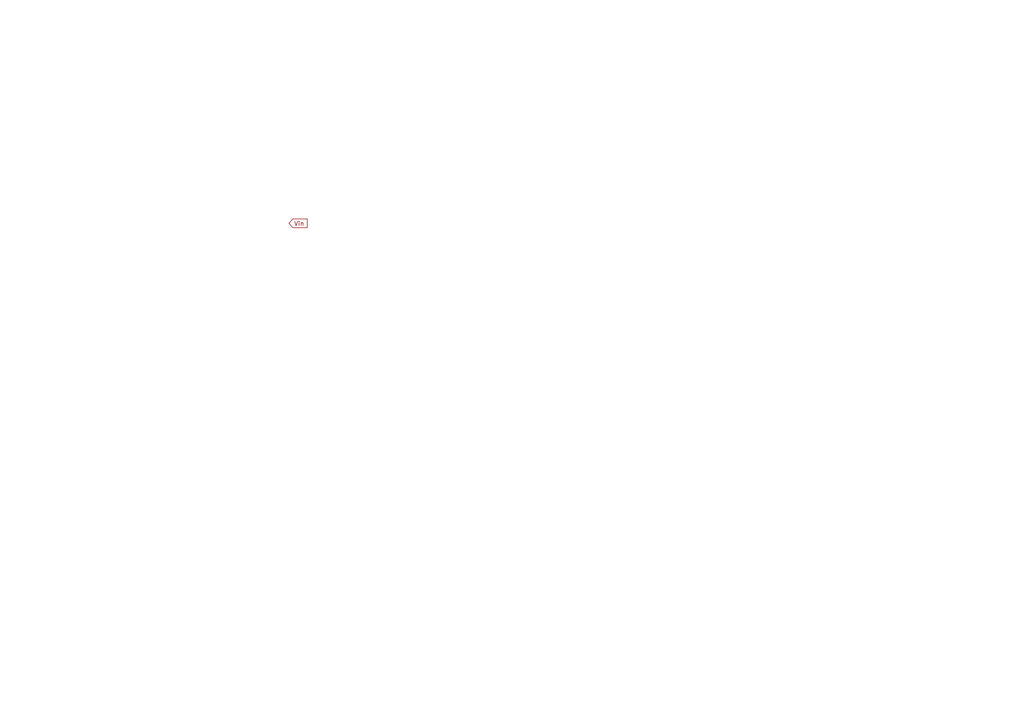
<source format=kicad_sch>
(kicad_sch (version 20211123) (generator eeschema)
  (paper "A4")
  (lib_symbols)
  (global_label "Vin" (shape input) (at 83.82 64.77 0) (property "Intersheet References" "${INTERSHEET_REFS}" (effects hide)))
)
</source>
